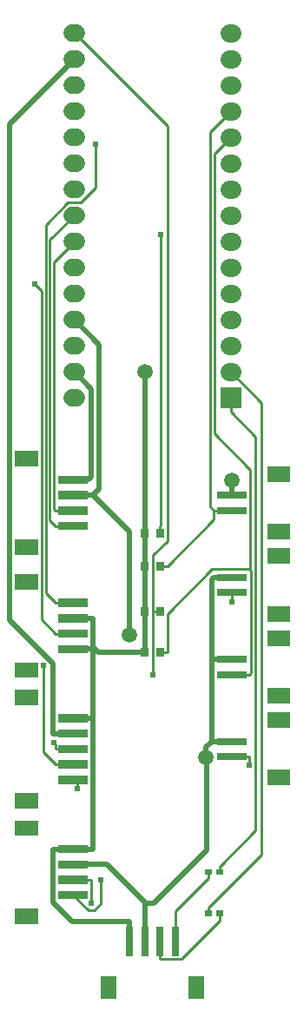
<source format=gtl>
G04 Layer: TopLayer*
G04 EasyEDA v6.4.25, 2021-11-07T18:49:49+08:00*
G04 d23bd0d7be1842068ba5471e3ed9ef93,bf42d0b733a240ea811a95ecb7acc88b,10*
G04 Gerber Generator version 0.2*
G04 Scale: 100 percent, Rotated: No, Reflected: No *
G04 Dimensions in millimeters *
G04 leading zeros omitted , absolute positions ,4 integer and 5 decimal *
%FSLAX45Y45*%
%MOMM*%

%ADD10C,0.2540*%
%ADD11C,0.5000*%
%ADD12C,1.5000*%
%ADD13C,0.6100*%
%ADD14R,2.9000X0.8000*%
%ADD15R,2.3000X1.5000*%
%ADD16R,0.8000X2.9000*%
%ADD17R,1.5000X2.3000*%
%ADD20R,2.1000X2.1000*%
%ADD21C,1.7780*%
%ADD22C,1.7000*%

%LPD*%
D11*
X1622529Y1825007D02*
G01*
X1622529Y3100011D01*
X1622529Y3793736D02*
G01*
X1622529Y4074990D01*
X1603783Y3774991D02*
G01*
X1622529Y3793736D01*
X2124661Y3746492D02*
G01*
X2034339Y3746492D01*
X2124661Y4902192D02*
G01*
X2124661Y6476001D01*
X1427507Y1825007D02*
G01*
X1232486Y1825007D01*
X1975004Y927498D02*
G01*
X1975004Y1122519D01*
X1975004Y1122519D02*
G01*
X1416077Y1122519D01*
X1232486Y1306111D01*
X1232486Y1825007D01*
X2124661Y4584692D02*
G01*
X2124661Y4140192D01*
X2124661Y4902192D02*
G01*
X2124661Y4584692D01*
X1437998Y6476001D02*
G01*
X1603783Y6310215D01*
X1603783Y5451619D01*
X1577164Y5425000D01*
X1427507Y5425000D02*
G01*
X1577164Y5425000D01*
X1427507Y1825007D02*
G01*
X1622529Y1825007D01*
X2124661Y3746492D02*
G01*
X2124661Y4140192D01*
X1603783Y3774991D02*
G01*
X1622529Y3774991D01*
X1427507Y3774991D02*
G01*
X1603783Y3774991D01*
X1427507Y4074990D02*
G01*
X1622529Y4074990D01*
X1427507Y3100011D02*
G01*
X1622529Y3100011D01*
X1622529Y3100011D02*
G01*
X1622529Y3774991D01*
X1622529Y5274988D02*
G01*
X1977138Y4920378D01*
X1977138Y3913751D01*
X2972513Y5275013D02*
G01*
X2972513Y5416008D01*
X1437998Y6984001D02*
G01*
X1681888Y6740110D01*
X1681888Y5334347D01*
X1622529Y5274988D01*
X2721841Y2723075D02*
G01*
X2721841Y2819341D01*
X2777492Y2874992D01*
X1427507Y5274988D02*
G01*
X1622529Y5274988D01*
X2777492Y2874992D02*
G01*
X2777492Y3675016D01*
X2125017Y927498D02*
G01*
X2125017Y1103774D01*
X1427507Y1674995D02*
G01*
X1622529Y1674995D01*
X2972513Y2874992D02*
G01*
X2777492Y2874992D01*
X2972513Y3675016D02*
G01*
X2777492Y3675016D01*
X2796263Y4475015D02*
G01*
X2777492Y4456244D01*
X2777492Y3675016D01*
X2972513Y4475015D02*
G01*
X2796263Y4475015D01*
D10*
X1600634Y1525008D02*
G01*
X1600634Y1293842D01*
X1427507Y1525008D02*
G01*
X1600634Y1525008D01*
X1698729Y1521452D02*
G01*
X1698729Y1294960D01*
X1632384Y1228615D01*
X1573888Y1228615D01*
X1427507Y1374995D01*
X1427507Y4225002D02*
G01*
X1254381Y4225002D01*
X1254381Y4225002D02*
G01*
X1158471Y4320913D01*
X1158471Y7913006D01*
X1372466Y8127001D01*
X1496646Y8127001D01*
X1646913Y8277268D01*
X1646913Y8695047D01*
X1427507Y3925003D02*
G01*
X1254381Y3925003D01*
X1048844Y7332032D02*
G01*
X1116586Y7264290D01*
X1116586Y4062798D01*
X1254381Y3925003D01*
X1427507Y5125001D02*
G01*
X1254381Y5125001D01*
X1437998Y7746001D02*
G01*
X1240233Y7548237D01*
X1240233Y5139148D01*
X1254381Y5125001D01*
X1437998Y8000001D02*
G01*
X1199365Y7761368D01*
X1199365Y5030005D01*
X1254381Y4974988D01*
X1427507Y4974988D02*
G01*
X1254381Y4974988D01*
X2275004Y927498D02*
G01*
X2275004Y754372D01*
X2275004Y754372D02*
G01*
X2479550Y754372D01*
X2853819Y1128641D01*
X2853819Y1199989D01*
X2746174Y1599989D02*
G01*
X2746174Y1544871D01*
X2746174Y1544871D02*
G01*
X2425016Y1223713D01*
X2425016Y927498D01*
D11*
X1232486Y2949999D02*
G01*
X1232486Y3632090D01*
X807468Y4057108D01*
X807468Y8893472D01*
X1437998Y9524001D01*
X1427507Y2949999D02*
G01*
X1232486Y2949999D01*
D10*
X1427507Y2800012D02*
G01*
X1254381Y2800012D01*
X1254381Y2800012D02*
G01*
X1254381Y2846240D01*
X1238557Y2862064D01*
X1135611Y3615072D02*
G01*
X1135611Y2768770D01*
X1254381Y2649999D01*
X1427507Y2649999D02*
G01*
X1254381Y2649999D01*
X1427507Y2500012D02*
G01*
X1464033Y2463487D01*
X1464033Y2412484D01*
X1437998Y9778001D02*
G01*
X2343787Y8872212D01*
X2343787Y4830869D01*
X2206881Y4693963D01*
X2206881Y4140192D01*
X2206881Y3524928D02*
G01*
X2206881Y4140192D01*
X3145640Y2725005D02*
G01*
X3145640Y2638849D01*
X2972513Y2725005D02*
G01*
X3145640Y2725005D01*
X2275334Y4140192D02*
G01*
X2206881Y4140192D01*
X2961998Y9016001D02*
G01*
X2758671Y8812674D01*
X2758671Y5165742D01*
X2799387Y5125026D01*
X2275334Y4584692D02*
G01*
X2343762Y4584692D01*
X2972513Y5125026D02*
G01*
X2799387Y5125026D01*
X2799387Y5125026D02*
G01*
X2799387Y5040317D01*
X2343762Y4584692D01*
X2972513Y4325028D02*
G01*
X2972513Y4237042D01*
X2275334Y4973515D02*
G01*
X2281430Y4979611D01*
X2281430Y7815242D01*
X2275334Y4902192D02*
G01*
X2275334Y4973515D01*
X3140382Y4559190D02*
G01*
X2782978Y4559190D01*
X2343762Y4119973D01*
X2343762Y3746492D01*
X3145640Y3525029D02*
G01*
X3162048Y3541438D01*
X3162048Y4537524D01*
X3140382Y4559190D01*
X2961998Y8762001D02*
G01*
X2801749Y8601753D01*
X2801749Y5877679D01*
X3155317Y5524111D01*
X3155317Y4574125D01*
X3140382Y4559190D01*
X2972513Y3525029D02*
G01*
X3145640Y3525029D01*
X2275334Y3746492D02*
G01*
X2343762Y3746492D01*
X2853819Y1655107D02*
G01*
X3206193Y2007481D01*
X3206193Y5844684D01*
X2961998Y6088880D01*
X2853819Y1599989D02*
G01*
X2853819Y1655107D01*
X2961998Y6222001D02*
G01*
X2961998Y6088880D01*
X2746174Y1255107D02*
G01*
X3261972Y1770905D01*
X3261972Y6176027D01*
X2961998Y6476001D01*
X2746174Y1199989D02*
G01*
X2746174Y1255107D01*
D11*
X1622529Y3793736D02*
G01*
X1669773Y3746492D01*
X2034339Y3746492D01*
X2125014Y927493D02*
G01*
X2125014Y1303985D01*
X1752600Y1676400D01*
X1622529Y1676400D01*
X2125014Y1294577D02*
G01*
X2208977Y1294577D01*
X2730500Y1816100D01*
X2730500Y2714416D01*
X2721841Y2723075D01*
G36*
X1282494Y1864992D02*
G01*
X1572496Y1864992D01*
X1572496Y1784992D01*
X1282494Y1784992D01*
G37*
G36*
X1282494Y1714992D02*
G01*
X1572496Y1714992D01*
X1572496Y1634992D01*
X1282494Y1634992D01*
G37*
G36*
X1282494Y1564993D02*
G01*
X1572496Y1564993D01*
X1572496Y1484993D01*
X1282494Y1484993D01*
G37*
G36*
X857493Y1245008D02*
G01*
X1087495Y1245008D01*
X1087495Y1095006D01*
X857493Y1095006D01*
G37*
G36*
X857493Y2104994D02*
G01*
X1087495Y2104994D01*
X1087495Y1954992D01*
X857493Y1954992D01*
G37*
G36*
X1282494Y1414993D02*
G01*
X1572496Y1414993D01*
X1572496Y1334993D01*
X1282494Y1334993D01*
G37*
G36*
X1282494Y4264992D02*
G01*
X1572496Y4264992D01*
X1572496Y4184992D01*
X1282494Y4184992D01*
G37*
G36*
X1282494Y4114993D02*
G01*
X1572496Y4114993D01*
X1572496Y4034993D01*
X1282494Y4034993D01*
G37*
G36*
X1282494Y3964993D02*
G01*
X1572496Y3964993D01*
X1572496Y3884993D01*
X1282494Y3884993D01*
G37*
G36*
X857493Y3645009D02*
G01*
X1087495Y3645009D01*
X1087495Y3495006D01*
X857493Y3495006D01*
G37*
G36*
X857493Y4504994D02*
G01*
X1087495Y4504994D01*
X1087495Y4354992D01*
X857493Y4354992D01*
G37*
G36*
X1282494Y3814993D02*
G01*
X1572496Y3814993D01*
X1572496Y3734993D01*
X1282494Y3734993D01*
G37*
G36*
X1282494Y5464992D02*
G01*
X1572496Y5464992D01*
X1572496Y5384993D01*
X1282494Y5384993D01*
G37*
G36*
X1282494Y5314993D02*
G01*
X1572496Y5314993D01*
X1572496Y5234993D01*
X1282494Y5234993D01*
G37*
G36*
X1282494Y5164993D02*
G01*
X1572496Y5164993D01*
X1572496Y5084993D01*
X1282494Y5084993D01*
G37*
G36*
X857493Y4845009D02*
G01*
X1087495Y4845009D01*
X1087495Y4695007D01*
X857493Y4695007D01*
G37*
G36*
X857493Y5704994D02*
G01*
X1087495Y5704994D01*
X1087495Y5554992D01*
X857493Y5554992D01*
G37*
G36*
X1282494Y5014993D02*
G01*
X1572496Y5014993D01*
X1572496Y4934993D01*
X1282494Y4934993D01*
G37*
D16*
G01*
X1975002Y927480D03*
G01*
X2125014Y927480D03*
G01*
X2275001Y927480D03*
D17*
G01*
X2629992Y472490D03*
G01*
X1769998Y472490D03*
D16*
G01*
X2425014Y927480D03*
G36*
X1282494Y3140001D02*
G01*
X1572496Y3140001D01*
X1572496Y3060001D01*
X1282494Y3060001D01*
G37*
G36*
X1282494Y2990001D02*
G01*
X1572496Y2990001D01*
X1572496Y2910001D01*
X1282494Y2910001D01*
G37*
G36*
X1282494Y2840001D02*
G01*
X1572496Y2840001D01*
X1572496Y2760002D01*
X1282494Y2760002D01*
G37*
G36*
X1282494Y2690002D02*
G01*
X1572496Y2690002D01*
X1572496Y2610002D01*
X1282494Y2610002D01*
G37*
G36*
X1282494Y2540000D02*
G01*
X1572496Y2540000D01*
X1572496Y2460000D01*
X1282494Y2460000D01*
G37*
G36*
X857493Y2369997D02*
G01*
X1087495Y2369997D01*
X1087495Y2219995D01*
X857493Y2219995D01*
G37*
G36*
X857493Y3380003D02*
G01*
X1087495Y3380003D01*
X1087495Y3230001D01*
X857493Y3230001D01*
G37*
D14*
G01*
X2972511Y2725013D03*
G01*
X2972511Y2875000D03*
D15*
G01*
X3427475Y2520010D03*
G01*
X3427475Y3080004D03*
D14*
G01*
X2972511Y5125008D03*
G01*
X2972511Y5274995D03*
D15*
G01*
X3427475Y4920005D03*
G01*
X3427475Y5479999D03*
D14*
G01*
X2972511Y4325010D03*
G01*
X2972511Y4474997D03*
D15*
G01*
X3427475Y4120006D03*
G01*
X3427475Y4680000D03*
D14*
G01*
X2972511Y3525012D03*
G01*
X2972511Y3674998D03*
D15*
G01*
X3427475Y3320008D03*
G01*
X3427475Y3880002D03*
G36*
X2821998Y1572999D02*
G01*
X2821998Y1626999D01*
X2885648Y1626999D01*
X2885648Y1572999D01*
G37*
G36*
X2778000Y1572999D02*
G01*
X2778000Y1626999D01*
X2714350Y1626999D01*
X2714350Y1572999D01*
G37*
G36*
X2821998Y1172999D02*
G01*
X2821998Y1227000D01*
X2885648Y1227000D01*
X2885648Y1172999D01*
G37*
G36*
X2778000Y1172999D02*
G01*
X2778000Y1227000D01*
X2714350Y1227000D01*
X2714350Y1172999D01*
G37*
G36*
X2235001Y4858999D02*
G01*
X2235001Y4945400D01*
X2315649Y4945400D01*
X2315649Y4858999D01*
G37*
G36*
X2164999Y4858999D02*
G01*
X2164999Y4945400D01*
X2084351Y4945400D01*
X2084351Y4858999D01*
G37*
G36*
X2235001Y4541499D02*
G01*
X2235001Y4627900D01*
X2315649Y4627900D01*
X2315649Y4541499D01*
G37*
G36*
X2164999Y4541499D02*
G01*
X2164999Y4627900D01*
X2084351Y4627900D01*
X2084351Y4541499D01*
G37*
G36*
X2235001Y4096999D02*
G01*
X2235001Y4183400D01*
X2315649Y4183400D01*
X2315649Y4096999D01*
G37*
G36*
X2164999Y4096999D02*
G01*
X2164999Y4183400D01*
X2084351Y4183400D01*
X2084351Y4096999D01*
G37*
G36*
X2235001Y3703299D02*
G01*
X2235001Y3789700D01*
X2315649Y3789700D01*
X2315649Y3703299D01*
G37*
G36*
X2164999Y3703299D02*
G01*
X2164999Y3789700D01*
X2084351Y3789700D01*
X2084351Y3703299D01*
G37*
D20*
G01*
X2961995Y6222009D03*
D12*
G01*
X2124659Y6476009D03*
G01*
X2721838Y2723083D03*
G01*
X1977136Y3913759D03*
G01*
X2972511Y5416016D03*
D13*
G01*
X1600631Y1293850D03*
G01*
X1698726Y1521460D03*
G01*
X1646910Y8695054D03*
G01*
X1048842Y7332040D03*
G01*
X1238554Y2862071D03*
G01*
X1135608Y3615080D03*
G01*
X1464030Y2412492D03*
G01*
X2206879Y3524935D03*
G01*
X3145637Y2638856D03*
G01*
X2972511Y4237050D03*
G01*
X2281427Y7815249D03*
D21*
X2945894Y6476009D02*
G01*
X2978096Y6476009D01*
X2945894Y6730009D02*
G01*
X2978096Y6730009D01*
X2945894Y6984009D02*
G01*
X2978096Y6984009D01*
X2945894Y7238009D02*
G01*
X2978096Y7238009D01*
X2945894Y7492009D02*
G01*
X2978096Y7492009D01*
X2945894Y7746009D02*
G01*
X2978096Y7746009D01*
X2945894Y8000009D02*
G01*
X2978096Y8000009D01*
X2945894Y8254009D02*
G01*
X2978096Y8254009D01*
X2945894Y8508009D02*
G01*
X2978096Y8508009D01*
X2945894Y8762009D02*
G01*
X2978096Y8762009D01*
X2945894Y9016009D02*
G01*
X2978096Y9016009D01*
X2945894Y9270009D02*
G01*
X2978096Y9270009D01*
X2945894Y9524009D02*
G01*
X2978096Y9524009D01*
X2945894Y9778009D02*
G01*
X2978096Y9778009D01*
D22*
X1417995Y6222009D02*
G01*
X1457995Y6222009D01*
X1417995Y6476009D02*
G01*
X1457995Y6476009D01*
X1417995Y6730009D02*
G01*
X1457995Y6730009D01*
X1417995Y6984009D02*
G01*
X1457995Y6984009D01*
X1417995Y7238009D02*
G01*
X1457995Y7238009D01*
X1417995Y7492009D02*
G01*
X1457995Y7492009D01*
X1417995Y7746009D02*
G01*
X1457995Y7746009D01*
X1417995Y8000009D02*
G01*
X1457995Y8000009D01*
X1417995Y8254009D02*
G01*
X1457995Y8254009D01*
X1417995Y8508009D02*
G01*
X1457995Y8508009D01*
X1417995Y8762009D02*
G01*
X1457995Y8762009D01*
X1417995Y9016009D02*
G01*
X1457995Y9016009D01*
X1417995Y9270009D02*
G01*
X1457995Y9270009D01*
X1417995Y9524009D02*
G01*
X1457995Y9524009D01*
X1417995Y9778009D02*
G01*
X1457995Y9778009D01*
M02*

</source>
